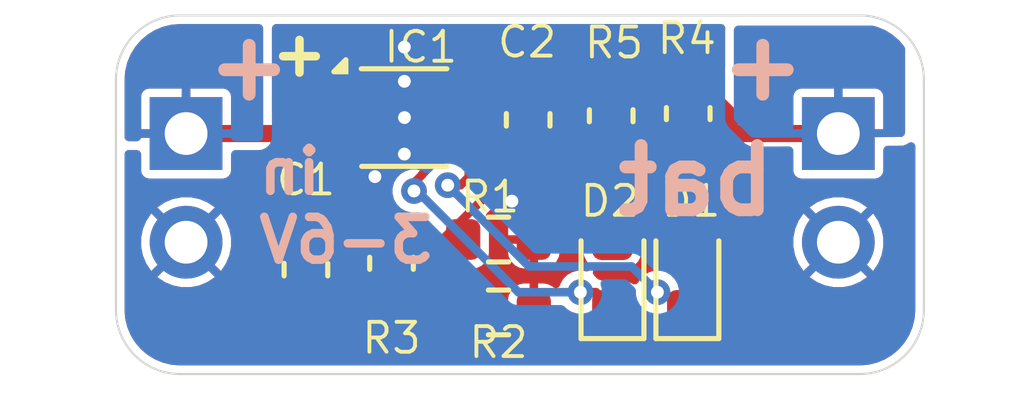
<source format=kicad_pcb>
(kicad_pcb (version 20241229) (generator "pcbnew") (generator_version "9.0")
  (layers (0 "F.Cu" signal) (2 "B.Cu" signal) (13 "F.Paste" user) (15 "B.Paste" user) (5 "F.SilkS" user "F.Silkscreen") (7 "B.SilkS" user "B.Silkscreen") (1 "F.Mask" user) (3 "B.Mask" user) (25 "Edge.Cuts" user))
  (net 0 "")
  (net 1 "VBUS")
  (net 2 "GND")
  (net 3 "Net-(IC1-OUT)")
  (net 4 "Net-(D1-K)")
  (net 5 "Net-(D1-A)")
  (net 6 "Net-(D2-K)")
  (net 7 "Net-(D2-A)")
  (net 8 "Net-(IC1-ISET)")
  (net 9 "Net-(IC1-VSET)")
  (net 10 "Net-(IC1-TS)")
  (footprint "Connector_PinHeader_2.54mm:PinHeader_1x02_P2.54mm_Vertical" (layer "F.Cu") (at 139.7 83.82)
    (property "Reference" "J1" (hide yes))
    (property "Value" "Conn_01x02_Pin")
    (pad "1" thru_hole rect (at 0 0) (size 1.7 1.7) (drill 1) (layers "*.Cu" "*.Mask") (net 1 "VBUS"))
    (pad "2" thru_hole circle (at 0 2.54) (size 1.7 1.7) (drill 1) (layers "*.Cu" "*.Mask") (net 2 "GND"))
  )
  (footprint "Capacitor_SMD:C_0603_1608Metric_Pad1.08x0.95mm_HandSolder" (layer "F.Cu") (at 147.693 83.5 -90)
    (property "Reference" "C2" (at -1.819883 0.02444 180) (layer "F.SilkS") (effects (font (size 0.7 0.7) (thickness 0.09))))
    (property "Value" "1uF")
    (fp_line (start -0.146267 0.51) (end 0.146267 0.51) (stroke (width 0.12)) (layer "F.SilkS"))
    (fp_line (start -0.146267 -0.51) (end 0.146267 -0.51) (stroke (width 0.12)) (layer "F.SilkS"))
    (pad "1" smd roundrect (at -0.8625 0 270) (size 1.075 0.95) (layers "F.Cu" "F.Mask" "F.Paste") (net 3 "Net-(IC1-OUT)"))
    (pad "2" smd roundrect (at 0.8625 0 270) (size 1.075 0.95) (layers "F.Cu" "F.Mask" "F.Paste") (net 2 "GND"))
  )
  (footprint "Resistor_SMD:R_0603_1608Metric" (layer "F.Cu") (at 147 88)
    (property "Reference" "R2" (at 0 0.7 0) (layer "F.SilkS") (effects (font (size 0.7 0.7) (thickness 0.09))))
    (property "Value" "470")
    (fp_line (start -0.237258 -0.5225) (end 0.237258 -0.5225) (stroke (width 0.12)) (layer "F.SilkS"))
    (fp_line (start -0.237258 0.5225) (end 0.237258 0.5225) (stroke (width 0.12)) (layer "F.SilkS"))
    (pad "1" smd roundrect (at -0.825 0) (size 0.8 0.95) (layers "F.Cu" "F.Mask" "F.Paste") (net 8 "Net-(IC1-ISET)"))
    (pad "2" smd roundrect (at 0.825 0) (size 0.8 0.95) (layers "F.Cu" "F.Mask" "F.Paste") (net 2 "GND"))
  )
  (footprint "Capacitor_SMD:C_0603_1608Metric_Pad1.08x0.95mm_HandSolder" (layer "F.Cu") (at 142.5 87 -90)
    (property "Reference" "C1" (at -2.1 0 180) (layer "F.SilkS") (effects (font (size 0.7 0.7) (thickness 0.09))))
    (property "Value" "1uF")
    (fp_line (start -0.146267 0.51) (end 0.146267 0.51) (stroke (width 0.12)) (layer "F.SilkS"))
    (fp_line (start -0.146267 -0.51) (end 0.146267 -0.51) (stroke (width 0.12)) (layer "F.SilkS"))
    (pad "1" smd roundrect (at -0.8625 0 270) (size 1.075 0.95) (layers "F.Cu" "F.Mask" "F.Paste") (net 1 "VBUS"))
    (pad "2" smd roundrect (at 0.8625 0 270) (size 1.075 0.95) (layers "F.Cu" "F.Mask" "F.Paste") (net 2 "GND"))
  )
  (footprint "LED_SMD:LED_0603_1608Metric" (layer "F.Cu") (at 149.663 87.127 90)
    (property "Reference" "D2" (at 1.727 -0.063 180) (layer "F.SilkS") (effects (font (size 0.7 0.7) (thickness 0.09))))
    (property "Value" "LED_Small")
    (fp_line (start 0.8 -0.735) (end -1.485 -0.735) (stroke (width 0.12)) (layer "F.SilkS"))
    (fp_line (start -1.485 -0.735) (end -1.485 0.735) (stroke (width 0.12)) (layer "F.SilkS"))
    (fp_line (start -1.485 0.735) (end 0.8 0.735) (stroke (width 0.12)) (layer "F.SilkS"))
    (pad "1" smd roundrect (at -0.7875 0 90) (size 0.875 0.95) (layers "F.Cu" "F.Mask" "F.Paste") (net 6 "Net-(D2-K)"))
    (pad "2" smd roundrect (at 0.7875 0 90) (size 0.875 0.95) (layers "F.Cu" "F.Mask" "F.Paste") (net 7 "Net-(D2-A)"))
  )
  (footprint "LED_SMD:LED_0603_1608Metric" (layer "F.Cu") (at 151.413 87.127 90)
    (property "Reference" "D1" (at 1.727 0.087 180) (layer "F.SilkS") (effects (font (size 0.7 0.7) (thickness 0.09))))
    (property "Value" "LED_Small")
    (fp_line (start 0.8 -0.735) (end -1.485 -0.735) (stroke (width 0.12)) (layer "F.SilkS"))
    (fp_line (start -1.485 -0.735) (end -1.485 0.735) (stroke (width 0.12)) (layer "F.SilkS"))
    (fp_line (start -1.485 0.735) (end 0.8 0.735) (stroke (width 0.12)) (layer "F.SilkS"))
    (pad "1" smd roundrect (at -0.7875 0 90) (size 0.875 0.95) (layers "F.Cu" "F.Mask" "F.Paste") (net 4 "Net-(D1-K)"))
    (pad "2" smd roundrect (at 0.7875 0 90) (size 0.875 0.95) (layers "F.Cu" "F.Mask" "F.Paste") (net 5 "Net-(D1-A)"))
  )
  (footprint "Resistor_SMD:R_0603_1608Metric" (layer "F.Cu") (at 147 86.297)
    (property "Reference" "R1" (at -0.2 -0.997 0) (layer "F.SilkS") (effects (font (size 0.7 0.7) (thickness 0.09))))
    (property "Value" "470")
    (fp_line (start -0.237258 -0.5225) (end 0.237258 -0.5225) (stroke (width 0.12)) (layer "F.SilkS"))
    (fp_line (start -0.237258 0.5225) (end 0.237258 0.5225) (stroke (width 0.12)) (layer "F.SilkS"))
    (pad "1" smd roundrect (at -0.825 0) (size 0.8 0.95) (layers "F.Cu" "F.Mask" "F.Paste") (net 9 "Net-(IC1-VSET)"))
    (pad "2" smd roundrect (at 0.825 0) (size 0.8 0.95) (layers "F.Cu" "F.Mask" "F.Paste") (net 2 "GND"))
  )
  (footprint "Capacitor_SMD:C_0603_1608Metric" (layer "F.Cu") (at 144.5 86.852 -90)
    (property "Reference" "R3" (at 1.748 0 180) (layer "F.SilkS") (effects (font (size 0.7 0.7) (thickness 0.09))))
    (property "Value" "10k")
    (fp_line (start -0.14058 0.51) (end 0.14058 0.51) (stroke (width 0.12)) (layer "F.SilkS"))
    (fp_line (start -0.14058 -0.51) (end 0.14058 -0.51) (stroke (width 0.12)) (layer "F.SilkS"))
    (pad "1" smd roundrect (at -0.775 0 270) (size 0.9 0.95) (layers "F.Cu" "F.Mask" "F.Paste") (net 10 "Net-(IC1-TS)"))
    (pad "2" smd roundrect (at 0.775 0 270) (size 0.9 0.95) (layers "F.Cu" "F.Mask" "F.Paste") (net 2 "GND"))
  )
  (footprint "Connector_PinHeader_2.54mm:PinHeader_1x02_P2.54mm_Vertical" (layer "F.Cu") (at 154.94 83.82)
    (property "Reference" "J2" (hide yes))
    (property "Value" "Conn_01x02_Pin")
    (pad "1" thru_hole rect (at 0 0) (size 1.7 1.7) (drill 1) (layers "*.Cu" "*.Mask") (net 3 "Net-(IC1-OUT)"))
    (pad "2" thru_hole circle (at 0 2.54) (size 1.7 1.7) (drill 1) (layers "*.Cu" "*.Mask") (net 2 "GND"))
  )
  (footprint "Capacitor_SMD:C_0603_1608Metric" (layer "F.Cu") (at 151.433 83.3545 -90)
    (property "Reference" "R4" (at -1.7545 0.033 180) (layer "F.SilkS") (effects (font (size 0.7 0.7) (thickness 0.09))))
    (property "Value" "10k")
    (fp_line (start -0.14058 0.51) (end 0.14058 0.51) (stroke (width 0.12)) (layer "F.SilkS"))
    (fp_line (start -0.14058 -0.51) (end 0.14058 -0.51) (stroke (width 0.12)) (layer "F.SilkS"))
    (pad "1" smd roundrect (at -0.775 0 270) (size 0.9 0.95) (layers "F.Cu" "F.Mask" "F.Paste") (net 3 "Net-(IC1-OUT)"))
    (pad "2" smd roundrect (at 0.775 0 270) (size 0.9 0.95) (layers "F.Cu" "F.Mask" "F.Paste") (net 5 "Net-(D1-A)"))
  )
  (footprint "Package_SON:WSON-8-1EP_2x2mm_P0.5mm_EP0.9x1.6mm" (layer "F.Cu") (at 144.803 83.447)
    (property "Reference" "IC1" (at 0.38 -1.647 0) (layer "F.SilkS") (effects (font (size 0.7 0.7) (thickness 0.09))))
    (property "Value" "BQ25170JDSGR")
    (fp_line (start -1.01 -1.14) (end 0.99 -1.14) (stroke (width 0.12)) (layer "F.SilkS"))
    (fp_line (start -1 1.14) (end 1 1.14) (stroke (width 0.12)) (layer "F.SilkS"))
    (fp_poly (pts (xy -1.37 -1.07) (xy -1.65 -1.07) (xy -1.37 -1.35) (xy -1.37 -1.07)) (stroke (width 0.12)) (fill yes) (layer "F.SilkS"))
    (pad "1" smd roundrect (at -0.95 -0.75) (size 0.5 0.25) (layers "F.Cu" "F.Mask" "F.Paste") (net 1 "VBUS"))
    (pad "2" smd roundrect (at -0.95 -0.25) (size 0.5 0.25) (layers "F.Cu" "F.Mask" "F.Paste") (net 8 "Net-(IC1-ISET)"))
    (pad "3" smd roundrect (at -0.95 0.25) (size 0.5 0.25) (layers "F.Cu" "F.Mask" "F.Paste") (net 10 "Net-(IC1-TS)"))
    (pad "4" smd roundrect (at -0.95 0.75) (size 0.5 0.25) (layers "F.Cu" "F.Mask" "F.Paste") (net 2 "GND"))
    (pad "5" smd roundrect (at 0.95 0.75) (size 0.5 0.25) (layers "F.Cu" "F.Mask" "F.Paste") (net 6 "Net-(D2-K)"))
    (pad "6" smd roundrect (at 0.95 0.25) (size 0.5 0.25) (layers "F.Cu" "F.Mask" "F.Paste") (net 4 "Net-(D1-K)"))
    (pad "7" smd roundrect (at 0.95 -0.25) (size 0.5 0.25) (layers "F.Cu" "F.Mask" "F.Paste") (net 9 "Net-(IC1-VSET)"))
    (pad "8" smd roundrect (at 0.95 -0.75) (size 0.5 0.25) (layers "F.Cu" "F.Mask" "F.Paste") (net 3 "Net-(IC1-OUT)"))
    (pad "9" smd rect (at 0 0) (size 0.9 1.6) (layers "F.Cu" "F.Mask") (net 2 "GND"))
  )
  (footprint "Capacitor_SMD:C_0603_1608Metric" (layer "F.Cu") (at 149.633 83.4045 90)
    (property "Reference" "R5" (at 1.7045 0.067 180) (layer "F.SilkS") (effects (font (size 0.7 0.7) (thickness 0.09))))
    (property "Value" "10k")
    (fp_line (start -0.14058 -0.51) (end 0.14058 -0.51) (stroke (width 0.12)) (layer "F.SilkS"))
    (fp_line (start -0.14058 0.51) (end 0.14058 0.51) (stroke (width 0.12)) (layer "F.SilkS"))
    (pad "1" smd roundrect (at -0.775 0 90) (size 0.9 0.95) (layers "F.Cu" "F.Mask" "F.Paste") (net 7 "Net-(D2-A)"))
    (pad "2" smd roundrect (at 0.775 0 90) (size 0.9 0.95) (layers "F.Cu" "F.Mask" "F.Paste") (net 3 "Net-(IC1-OUT)"))
  )
  (gr_line (start 155.43934 89.43934) (end 139.56066 89.439339) (stroke (width 0.05)) (layer "Edge.Cuts"))
  (gr_arc (start 139.56066 89.43934) (mid 138.5 89) (end 138.06066 87.93934) (stroke (width 0.05)) (layer "Edge.Cuts"))
  (gr_arc (start 155.43934 81.06066) (mid 156.5 81.5) (end 156.93934 82.56066) (stroke (width 0.05)) (layer "Edge.Cuts"))
  (gr_arc (start 156.93934 87.93934) (mid 156.5 89) (end 155.43934 89.43934) (stroke (width 0.05)) (layer "Edge.Cuts"))
  (gr_line (start 138.06066 87.93934) (end 138.06066 82.5607) (stroke (width 0.05)) (layer "Edge.Cuts"))
  (gr_line (start 156.93934 82.5607) (end 156.939339 87.93934) (stroke (width 0.05)) (layer "Edge.Cuts"))
  (gr_line (start 139.56066 81.06066) (end 155.43934 81.060661) (stroke (width 0.05)) (layer "Edge.Cuts"))
  (gr_arc (start 138.06066 82.56066) (mid 138.5 81.5) (end 139.56066 81.06066) (stroke (width 0.05)) (layer "Edge.Cuts"))
  (gr_text "+" (at 143.1 81.5 180) (layer "F.SilkS") (effects (font (size 1 1) (thickness 0.2) (bold yes)) (justify left bottom)))
  (gr_text "bat" (at 153.6 85.8 0) (layer "B.SilkS") (effects (font (size 1.5 1.5) (thickness 0.3) (bold yes)) (justify left bottom mirror)))
  (gr_text "+" (at 142.3 83.1 0) (layer "B.SilkS") (effects (font (size 1.5 1.5) (thickness 0.3) (bold yes)) (justify left bottom mirror)))
  (gr_text "in\n3-6V" (at 141.3 86.9 0) (layer "B.SilkS") (effects (font (size 1 1) (thickness 0.2) (bold yes)) (justify right bottom mirror)))
  (gr_text "+" (at 154.3 83.1 0) (layer "B.SilkS") (effects (font (size 1.5 1.5) (thickness 0.3) (bold yes)) (justify left bottom mirror)))
  (segment (start 142.330002 83.82) (end 142.330002 83.67858) (width 0.4) (layer "F.Cu") (net 1))
  (segment (start 143.337582 82.671) (end 143.853 82.671) (width 0.4) (layer "F.Cu") (net 1))
  (segment (start 142.330002 85.967502) (end 142.5 86.1375) (width 0.4) (layer "F.Cu") (net 1))
  (segment (start 139.7 83.82) (end 142.330002 83.82) (width 0.4) (layer "F.Cu") (net 1))
  (segment (start 142.330002 83.82) (end 142.330002 85.967502) (width 0.4) (layer "F.Cu") (net 1))
  (segment (start 142.330002 83.67858) (end 143.337582 82.671) (width 0.4) (layer "F.Cu") (net 1))
  (segment (start 144.118798 84.197) (end 144.803 83.512798) (width 0.2) (layer "F.Cu") (net 2))
  (segment (start 144.113 84.827) (end 144.113 84.457) (width 0.2) (layer "F.Cu") (net 2))
  (segment (start 144.8 84.198693) (end 144.749346 84.249347) (width 0.8) (layer "F.Cu") (net 2))
  (segment (start 144.113 84.457) (end 143.853 84.197) (width 0.2) (layer "F.Cu") (net 2))
  (segment (start 144.803 83.512798) (end 144.803 83.447) (width 0.2) (layer "F.Cu") (net 2))
  (segment (start 143.853 84.197) (end 144.118798 84.197) (width 0.2) (layer "F.Cu") (net 2))
  (segment (start 144.8 81.8) (end 144.8 84.198693) (width 0.8) (layer "F.Cu") (net 2))
  (via (at 147.313 85.4) (size 0.6) (drill 0.3) (layers "F.Cu" "B.Cu") (net 2))
  (via (at 144.113 84.827) (size 0.6) (drill 0.3) (layers "F.Cu" "B.Cu") (net 2))
  (via (at 144.803 83.447) (size 0.6) (drill 0.3) (layers "F.Cu" "B.Cu") (net 2))
  (via (at 144.8 82.6) (size 0.6) (drill 0.3) (layers "F.Cu" "B.Cu") (net 2))
  (via (at 144.8 81.8) (size 0.7) (drill 0.3) (layers "F.Cu" "B.Cu") (net 2))
  (via (at 144.8 84.3) (size 0.6) (drill 0.3) (layers "F.Cu" "B.Cu") (net 2))
  (segment (start 145.95 82.5) (end 146 82.5) (width 0.2) (layer "F.Cu") (net 3))
  (segment (start 151.433 82.5795) (end 151.5795 82.5795) (width 0.4) (layer "F.Cu") (net 3))
  (segment (start 147.5405 82.697) (end 147.693 82.5445) (width 0.2) (layer "F.Cu") (net 3))
  (segment (start 151.433 82.5795) (end 148.008 82.5795) (width 0.4) (layer "F.Cu") (net 3))
  (segment (start 151.5795 82.5795) (end 152.4 83.4) (width 0.4) (layer "F.Cu") (net 3))
  (segment (start 152.4 83.4) (end 152.4 83.8) (width 0.4) (layer "F.Cu") (net 3))
  (segment (start 145.753 82.697) (end 145.95 82.5) (width 0.2) (layer "F.Cu") (net 3))
  (segment (start 146.197 82.5) (end 147.3435 82.5) (width 0.4) (layer "F.Cu") (net 3))
  (segment (start 152.42 83.82) (end 154.94 83.82) (width 0.4) (layer "F.Cu") (net 3))
  (segment (start 148.008 82.5795) (end 147.693 82.2645) (width 0.4) (layer "F.Cu") (net 3))
  (segment (start 147.3435 82.5) (end 147.5405 82.697) (width 0.4) (layer "F.Cu") (net 3))
  (segment (start 152.4 83.8) (end 152.42 83.82) (width 0.4) (layer "F.Cu") (net 3))
  (segment (start 146.018798 83.697) (end 146.304 83.982202) (width 0.2) (layer "F.Cu") (net 4))
  (segment (start 146.304 83.982202) (end 146.304 84.836) (width 0.2) (layer "F.Cu") (net 4))
  (segment (start 146.304 84.836) (end 146.113 85.027) (width 0.2) (layer "F.Cu") (net 4))
  (segment (start 146.113 85.027) (end 145.813 85.027) (width 0.2) (layer "F.Cu") (net 4))
  (segment (start 145.753 83.697) (end 146.018798 83.697) (width 0.2) (layer "F.Cu") (net 4))
  (via (at 145.813 85.027) (size 0.6) (drill 0.3) (layers "F.Cu" "B.Cu") (net 4))
  (via (at 150.713 87.527) (size 0.6) (drill 0.3) (layers "F.Cu" "B.Cu") (net 4))
  (segment (start 145.813 85.027) (end 147.712 86.926) (width 0.2) (layer "B.Cu") (net 4))
  (segment (start 150.112 86.926) (end 150.713 87.527) (width 0.2) (layer "B.Cu") (net 4))
  (segment (start 147.712 86.926) (end 150.112 86.926) (width 0.2) (layer "B.Cu") (net 4))
  (segment (start 151.433 84.1295) (end 151.433 86.3195) (width 0.2) (layer "F.Cu") (net 5))
  (segment (start 151.433 86.3195) (end 151.413 86.3395) (width 0.2) (layer "F.Cu") (net 5))
  (segment (start 145.574 84.426) (end 145.753 84.247) (width 0.2) (layer "F.Cu") (net 6))
  (segment (start 145.024625 85.162901) (end 144.913 85.051276) (width 0.2) (layer "F.Cu") (net 6))
  (segment (start 145.564057 84.426) (end 145.574 84.426) (width 0.2) (layer "F.Cu") (net 6))
  (segment (start 145.753 84.247) (end 145.753 84.197) (width 0.2) (layer "F.Cu") (net 6))
  (segment (start 145.023 84.977) (end 145.212 84.788) (width 0.2) (layer "F.Cu") (net 6))
  (segment (start 145.212 84.778057) (end 145.564057 84.426) (width 0.2) (layer "F.Cu") (net 6))
  (segment (start 145.023 85.161276) (end 145.023 84.977) (width 0.2) (layer "F.Cu") (net 6))
  (segment (start 145.212 84.788) (end 145.212 84.778057) (width 0.2) (layer "F.Cu") (net 6))
  (segment (start 148.913 87.527) (end 149.2755 87.527) (width 0.2) (layer "F.Cu") (net 6))
  (segment (start 145.024625 85.162901) (end 145.023 85.161276) (width 0.2) (layer "F.Cu") (net 6))
  (segment (start 149.2755 87.527) (end 149.663 87.9145) (width 0.2) (layer "F.Cu") (net 6))
  (via (at 145.024625 85.162901) (size 0.6) (drill 0.3) (layers "F.Cu" "B.Cu") (net 6))
  (via (at 148.913 87.527) (size 0.6) (drill 0.3) (layers "F.Cu" "B.Cu") (net 6))
  (segment (start 145.098958 85.162901) (end 147.463057 87.527) (width 0.2) (layer "B.Cu") (net 6))
  (segment (start 147.463057 87.527) (end 148.913 87.527) (width 0.2) (layer "B.Cu") (net 6))
  (segment (start 145.024625 85.162901) (end 145.098958 85.162901) (width 0.2) (layer "B.Cu") (net 6))
  (segment (start 149.633 86.3095) (end 149.663 86.3395) (width 0.2) (layer "F.Cu") (net 7))
  (segment (start 149.633 84.1795) (end 149.633 86.3095) (width 0.2) (layer "F.Cu") (net 7))
  (segment (start 145.688 87.511822) (end 145.004178 86.828) (width 0.2) (layer "F.Cu") (net 8))
  (segment (start 142.901 85.0451) (end 142.901 83.816102) (width 0.2) (layer "F.Cu") (net 8))
  (segment (start 145.004178 86.828) (end 145.004178 86.797932) (width 0.2) (layer "F.Cu") (net 8))
  (segment (start 145.004178 86.797932) (end 144.97411 86.828) (width 0.2) (layer "F.Cu") (net 8))
  (segment (start 144.97411 86.828) (end 144.02589 86.828) (width 0.2) (layer "F.Cu") (net 8))
  (segment (start 142.901 83.816102) (end 143.347102 83.37) (width 0.2) (layer "F.Cu") (net 8))
  (segment (start 144.02589 86.828) (end 143.724 86.52611) (width 0.2) (layer "F.Cu") (net 8))
  (segment (start 143.724 86.52611) (end 143.724 85.8681) (width 0.2) (layer "F.Cu") (net 8))
  (segment (start 145.688 88.427) (end 145.688 87.511822) (width 0.2) (layer "F.Cu") (net 8))
  (segment (start 143.347102 83.37) (end 143.414202 83.37) (width 0.2) (layer "F.Cu") (net 8))
  (segment (start 143.724 85.8681) (end 142.901 85.0451) (width 0.2) (layer "F.Cu") (net 8))
  (segment (start 143.414202 83.37) (end 143.587202 83.197) (width 0.2) (layer "F.Cu") (net 8))
  (segment (start 143.587202 83.197) (end 143.853 83.197) (width 0.2) (layer "F.Cu") (net 8))
  (segment (start 146.483 83.197) (end 146.713 83.427) (width 0.2) (layer "F.Cu") (net 9))
  (segment (start 145.753 83.197) (end 146.483 83.197) (width 0.2) (layer "F.Cu") (net 9))
  (segment (start 146.713 85.272) (end 145.688 86.297) (width 0.2) (layer "F.Cu") (net 9))
  (segment (start 146.713 83.427) (end 146.713 85.272) (width 0.2) (layer "F.Cu") (net 9))
  (segment (start 143.302 84.879) (end 144.5 86.077) (width 0.2) (layer "F.Cu") (net 10))
  (segment (start 143.513202 83.771) (end 143.302 83.982202) (width 0.2) (layer "F.Cu") (net 10))
  (segment (start 143.302 83.982202) (end 143.302 84.879) (width 0.2) (layer "F.Cu") (net 10))
  (segment (start 143.779 83.771) (end 143.513202 83.771) (width 0.2) (layer "F.Cu") (net 10))
  (segment (start 143.853 83.697) (end 143.779 83.771) (width 0.2) (layer "F.Cu") (net 10))
  (zone (net 2) (net_name "GND") (layers "F.Cu" "B.Cu") (connect_pads (clearance 0.2)) (min_thickness 0.2) (fill yes (thermal_gap 0.2) (thermal_bridge_width 0.2))
    (polygon (pts (xy 157 81) (xy 157 89.5) (xy 138 89.5) (xy 138 81)))
  )
  (zone (net 3) (net_name "Net-(IC1-OUT)") (layers "F.Cu" "B.Cu") (priority 10) (connect_pads (clearance 0.2)) (min_thickness 0.2) (fill yes (thermal_gap 0.2) (thermal_bridge_width 0.2))
    (polygon (pts (xy 152.919459 83.919459) (xy 156.5 83.9) (xy 156.5 81.3) (xy 152.5 81.3) (xy 152.5 83.5)))
  )
  (zone (net 1) (net_name "VBUS") (layers "F.Cu" "B.Cu") (priority 10) (connect_pads (clearance 0.2)) (min_thickness 0.2) (fill yes (thermal_gap 0.2) (thermal_bridge_width 0.2))
    (polygon (pts (xy 141.5 81) (xy 141.5 84) (xy 138 84) (xy 138 81)))
  )
)
</source>
